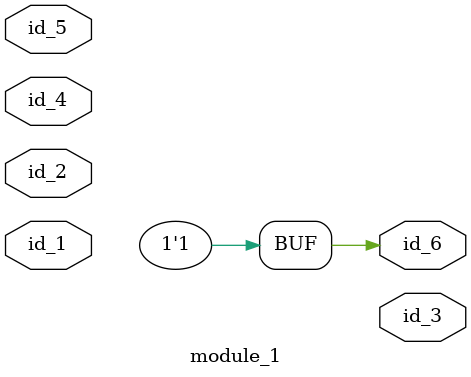
<source format=v>
module module_0;
  reg id_1;
  always begin : LABEL_0
    begin : LABEL_0
      id_1 <= id_1;
    end
    `define pp_2 0
    id_1 = id_1 < 1'b0;
  end
  assign id_1 = 1;
  wire id_3;
  assign id_1 = 1'b0;
  tri id_4 = 1;
endmodule
module module_1 (
    id_1,
    id_2,
    id_3,
    id_4,
    id_5,
    id_6
);
  output wire id_6;
  input wire id_5;
  input wire id_4;
  output wire id_3;
  input wire id_2;
  input wire id_1;
  assign id_6 = 1;
  module_0 modCall_1 ();
endmodule

</source>
